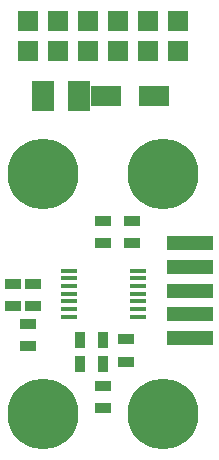
<source format=gbr>
G04 #@! TF.FileFunction,Soldermask,Bot*
%FSLAX46Y46*%
G04 Gerber Fmt 4.6, Leading zero omitted, Abs format (unit mm)*
G04 Created by KiCad (PCBNEW (2015-05-13 BZR 5653)-product) date 7. 1. 2016 8:57:19*
%MOMM*%
G01*
G04 APERTURE LIST*
%ADD10C,0.100000*%
%ADD11R,1.450000X0.450000*%
%ADD12R,1.397000X0.889000*%
%ADD13R,1.651000X1.651000*%
%ADD14C,6.000000*%
%ADD15R,0.889000X1.397000*%
%ADD16R,4.000000X1.200000*%
%ADD17R,1.950720X2.499360*%
%ADD18R,2.499360X1.800860*%
G04 APERTURE END LIST*
D10*
D11*
X138110000Y-97810000D03*
X138110000Y-98460000D03*
X138110000Y-99110000D03*
X138110000Y-99760000D03*
X138110000Y-100410000D03*
X138110000Y-101060000D03*
X138110000Y-101710000D03*
X132210000Y-101710000D03*
X132210000Y-101060000D03*
X132210000Y-100410000D03*
X132210000Y-99760000D03*
X132210000Y-99110000D03*
X132210000Y-98460000D03*
X132210000Y-97810000D03*
D12*
X129191000Y-100839500D03*
X129191000Y-98934500D03*
X127540000Y-100839500D03*
X127540000Y-98934500D03*
D13*
X136430000Y-79186000D03*
X128810000Y-76646000D03*
X133890000Y-76646000D03*
X128810000Y-79186000D03*
X138970000Y-76646000D03*
X136430000Y-76646000D03*
X131350000Y-76646000D03*
X138970000Y-79186000D03*
X131350000Y-79186000D03*
X133890000Y-79186000D03*
X141510000Y-79186000D03*
X141510000Y-76646000D03*
D14*
X130080000Y-109920000D03*
X140240000Y-109920000D03*
X140240000Y-89600000D03*
X130080000Y-89600000D03*
D12*
X128810000Y-104205000D03*
X128810000Y-102300000D03*
D15*
X135096500Y-103697000D03*
X133191500Y-103697000D03*
D12*
X137065000Y-105538500D03*
X137065000Y-103633500D03*
D15*
X135096500Y-105729000D03*
X133191500Y-105729000D03*
D12*
X135160000Y-109475500D03*
X135160000Y-107570500D03*
X135160000Y-95505500D03*
X135160000Y-93600500D03*
X137573000Y-95505500D03*
X137573000Y-93600500D03*
D16*
X142526000Y-103506000D03*
X142526000Y-101506000D03*
X142526000Y-99506000D03*
X142526000Y-97506000D03*
X142526000Y-95506000D03*
D17*
X130029200Y-82996000D03*
X133128000Y-82996000D03*
D18*
X139411960Y-82996000D03*
X135414000Y-82996000D03*
M02*

</source>
